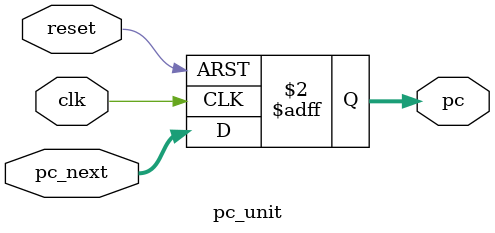
<source format=v>
module pc_unit (
    input clk,
    input reset,
    input [31:0] pc_next,
    output reg [31:0] pc
);
    always @(posedge clk or posedge reset) begin
        if (reset)
            pc <= 32'h00000000;
        else
            pc <= pc_next;
    end
endmodule
</source>
